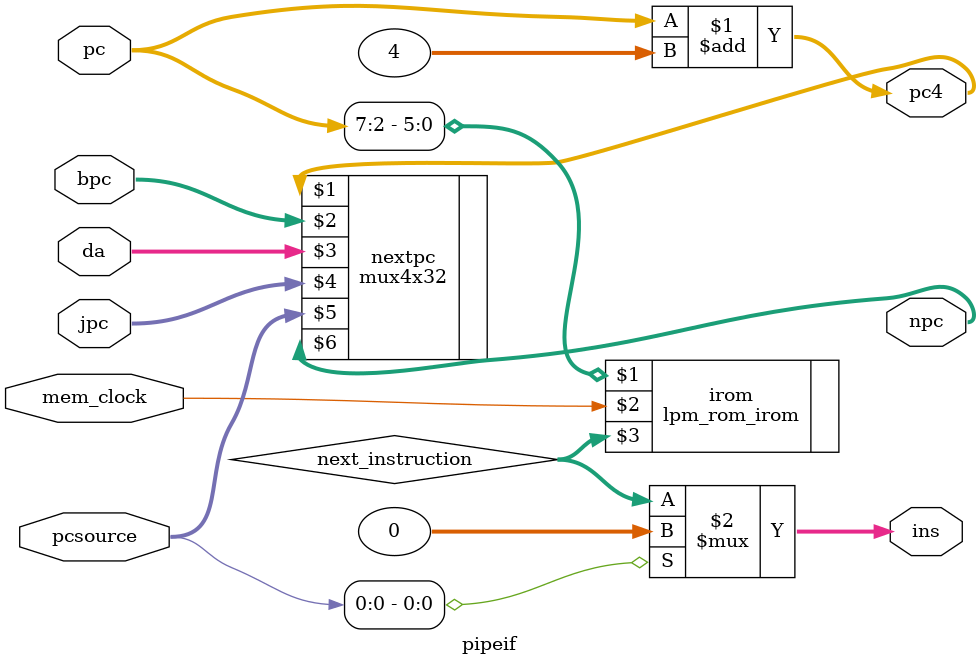
<source format=v>
module pipeif (pcsource, pc, bpc, da, jpc, npc, pc4, ins, mem_clock);

	input 				mem_clock;

	input 	[1:0]		pcsource;
	input 	[31:0]		pc, bpc, da, jpc;

	output 	[31:0]		pc4, ins, npc;
	

	wire 	[31:0]		next_instruction;


	// point to the next instruction
	assign pc4 = pc + 32'h4;

	// leave time for transmission
	assign ins = pcsource[0]? 32'h0:next_instruction;	
	

	lpm_rom_irom irom(pc[7:2], mem_clock, next_instruction);
	mux4x32	nextpc(pc4, bpc, da, jpc, pcsource, npc);


endmodule

</source>
